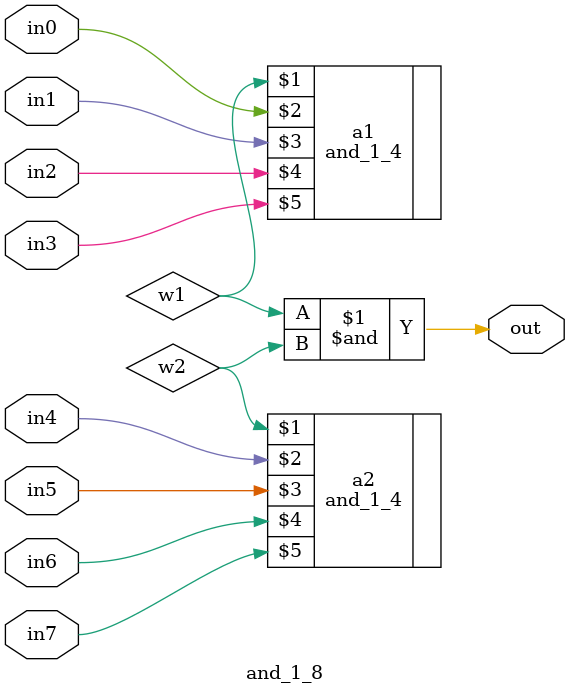
<source format=v>
module and_1_8(out,in0,in1,in2,in3,in4,in5,in6,in7);
	input in0,in1,in2,in3,in4,in5,in6,in7;
	output out;
	wire w1,w2;
	and_1_4 a1(w1,in0,in1,in2,in3);
	and_1_4 a2(w2,in4,in5,in6,in7);
	and a3(out,w1,w2);
endmodule

</source>
